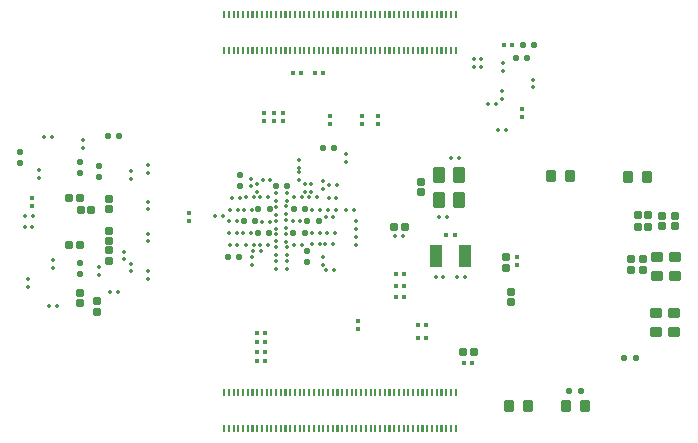
<source format=gbp>
G04*
G04 #@! TF.GenerationSoftware,Altium Limited,Altium Designer,22.8.2 (66)*
G04*
G04 Layer_Color=128*
%FSAX25Y25*%
%MOIN*%
G70*
G04*
G04 #@! TF.SameCoordinates,F4A2C5FB-41C3-4025-BEE9-57CBDAA8531C*
G04*
G04*
G04 #@! TF.FilePolarity,Positive*
G04*
G01*
G75*
G04:AMPARAMS|DCode=15|XSize=37.4mil|YSize=33.47mil|CornerRadius=3.35mil|HoleSize=0mil|Usage=FLASHONLY|Rotation=270.000|XOffset=0mil|YOffset=0mil|HoleType=Round|Shape=RoundedRectangle|*
%AMROUNDEDRECTD15*
21,1,0.03740,0.02677,0,0,270.0*
21,1,0.03071,0.03347,0,0,270.0*
1,1,0.00669,-0.01339,-0.01535*
1,1,0.00669,-0.01339,0.01535*
1,1,0.00669,0.01339,0.01535*
1,1,0.00669,0.01339,-0.01535*
%
%ADD15ROUNDEDRECTD15*%
G04:AMPARAMS|DCode=19|XSize=23.62mil|YSize=23.62mil|CornerRadius=2.36mil|HoleSize=0mil|Usage=FLASHONLY|Rotation=270.000|XOffset=0mil|YOffset=0mil|HoleType=Round|Shape=RoundedRectangle|*
%AMROUNDEDRECTD19*
21,1,0.02362,0.01890,0,0,270.0*
21,1,0.01890,0.02362,0,0,270.0*
1,1,0.00472,-0.00945,-0.00945*
1,1,0.00472,-0.00945,0.00945*
1,1,0.00472,0.00945,0.00945*
1,1,0.00472,0.00945,-0.00945*
%
%ADD19ROUNDEDRECTD19*%
G04:AMPARAMS|DCode=20|XSize=37.4mil|YSize=33.47mil|CornerRadius=3.35mil|HoleSize=0mil|Usage=FLASHONLY|Rotation=180.000|XOffset=0mil|YOffset=0mil|HoleType=Round|Shape=RoundedRectangle|*
%AMROUNDEDRECTD20*
21,1,0.03740,0.02677,0,0,180.0*
21,1,0.03071,0.03347,0,0,180.0*
1,1,0.00669,-0.01535,0.01339*
1,1,0.00669,0.01535,0.01339*
1,1,0.00669,0.01535,-0.01339*
1,1,0.00669,-0.01535,-0.01339*
%
%ADD20ROUNDEDRECTD20*%
G04:AMPARAMS|DCode=23|XSize=20mil|YSize=20mil|CornerRadius=2mil|HoleSize=0mil|Usage=FLASHONLY|Rotation=0.000|XOffset=0mil|YOffset=0mil|HoleType=Round|Shape=RoundedRectangle|*
%AMROUNDEDRECTD23*
21,1,0.02000,0.01600,0,0,0.0*
21,1,0.01600,0.02000,0,0,0.0*
1,1,0.00400,0.00800,-0.00800*
1,1,0.00400,-0.00800,-0.00800*
1,1,0.00400,-0.00800,0.00800*
1,1,0.00400,0.00800,0.00800*
%
%ADD23ROUNDEDRECTD23*%
G04:AMPARAMS|DCode=24|XSize=20mil|YSize=20mil|CornerRadius=2mil|HoleSize=0mil|Usage=FLASHONLY|Rotation=270.000|XOffset=0mil|YOffset=0mil|HoleType=Round|Shape=RoundedRectangle|*
%AMROUNDEDRECTD24*
21,1,0.02000,0.01600,0,0,270.0*
21,1,0.01600,0.02000,0,0,270.0*
1,1,0.00400,-0.00800,-0.00800*
1,1,0.00400,-0.00800,0.00800*
1,1,0.00400,0.00800,0.00800*
1,1,0.00400,0.00800,-0.00800*
%
%ADD24ROUNDEDRECTD24*%
G04:AMPARAMS|DCode=25|XSize=12.01mil|YSize=12.01mil|CornerRadius=1.2mil|HoleSize=0mil|Usage=FLASHONLY|Rotation=270.000|XOffset=0mil|YOffset=0mil|HoleType=Round|Shape=RoundedRectangle|*
%AMROUNDEDRECTD25*
21,1,0.01201,0.00961,0,0,270.0*
21,1,0.00961,0.01201,0,0,270.0*
1,1,0.00240,-0.00480,-0.00480*
1,1,0.00240,-0.00480,0.00480*
1,1,0.00240,0.00480,0.00480*
1,1,0.00240,0.00480,-0.00480*
%
%ADD25ROUNDEDRECTD25*%
G04:AMPARAMS|DCode=27|XSize=12.01mil|YSize=12.01mil|CornerRadius=1.2mil|HoleSize=0mil|Usage=FLASHONLY|Rotation=180.000|XOffset=0mil|YOffset=0mil|HoleType=Round|Shape=RoundedRectangle|*
%AMROUNDEDRECTD27*
21,1,0.01201,0.00961,0,0,180.0*
21,1,0.00961,0.01201,0,0,180.0*
1,1,0.00240,-0.00480,0.00480*
1,1,0.00240,0.00480,0.00480*
1,1,0.00240,0.00480,-0.00480*
1,1,0.00240,-0.00480,-0.00480*
%
%ADD27ROUNDEDRECTD27*%
G04:AMPARAMS|DCode=76|XSize=13.78mil|YSize=13.78mil|CornerRadius=1.38mil|HoleSize=0mil|Usage=FLASHONLY|Rotation=90.000|XOffset=0mil|YOffset=0mil|HoleType=Round|Shape=RoundedRectangle|*
%AMROUNDEDRECTD76*
21,1,0.01378,0.01102,0,0,90.0*
21,1,0.01102,0.01378,0,0,90.0*
1,1,0.00276,0.00551,0.00551*
1,1,0.00276,0.00551,-0.00551*
1,1,0.00276,-0.00551,-0.00551*
1,1,0.00276,-0.00551,0.00551*
%
%ADD76ROUNDEDRECTD76*%
G04:AMPARAMS|DCode=77|XSize=13.78mil|YSize=13.78mil|CornerRadius=1.38mil|HoleSize=0mil|Usage=FLASHONLY|Rotation=0.000|XOffset=0mil|YOffset=0mil|HoleType=Round|Shape=RoundedRectangle|*
%AMROUNDEDRECTD77*
21,1,0.01378,0.01102,0,0,0.0*
21,1,0.01102,0.01378,0,0,0.0*
1,1,0.00276,0.00551,-0.00551*
1,1,0.00276,-0.00551,-0.00551*
1,1,0.00276,-0.00551,0.00551*
1,1,0.00276,0.00551,0.00551*
%
%ADD77ROUNDEDRECTD77*%
G04:AMPARAMS|DCode=78|XSize=23.62mil|YSize=23.62mil|CornerRadius=2.36mil|HoleSize=0mil|Usage=FLASHONLY|Rotation=180.000|XOffset=0mil|YOffset=0mil|HoleType=Round|Shape=RoundedRectangle|*
%AMROUNDEDRECTD78*
21,1,0.02362,0.01890,0,0,180.0*
21,1,0.01890,0.02362,0,0,180.0*
1,1,0.00472,-0.00945,0.00945*
1,1,0.00472,0.00945,0.00945*
1,1,0.00472,0.00945,-0.00945*
1,1,0.00472,-0.00945,-0.00945*
%
%ADD78ROUNDEDRECTD78*%
G04:AMPARAMS|DCode=80|XSize=42.91mil|YSize=50.79mil|CornerRadius=4.29mil|HoleSize=0mil|Usage=FLASHONLY|Rotation=0.000|XOffset=0mil|YOffset=0mil|HoleType=Round|Shape=RoundedRectangle|*
%AMROUNDEDRECTD80*
21,1,0.04291,0.04221,0,0,0.0*
21,1,0.03433,0.05079,0,0,0.0*
1,1,0.00858,0.01717,-0.02110*
1,1,0.00858,-0.01717,-0.02110*
1,1,0.00858,-0.01717,0.02110*
1,1,0.00858,0.01717,0.02110*
%
%ADD80ROUNDEDRECTD80*%
G04:AMPARAMS|DCode=81|XSize=43.31mil|YSize=74.8mil|CornerRadius=4.33mil|HoleSize=0mil|Usage=FLASHONLY|Rotation=180.000|XOffset=0mil|YOffset=0mil|HoleType=Round|Shape=RoundedRectangle|*
%AMROUNDEDRECTD81*
21,1,0.04331,0.06614,0,0,180.0*
21,1,0.03465,0.07480,0,0,180.0*
1,1,0.00866,-0.01732,0.03307*
1,1,0.00866,0.01732,0.03307*
1,1,0.00866,0.01732,-0.03307*
1,1,0.00866,-0.01732,-0.03307*
%
%ADD81ROUNDEDRECTD81*%
G36*
X0503392Y0745086D02*
X0502688D01*
Y0747551D01*
X0503392D01*
Y0745086D01*
D02*
G37*
G36*
X0501818D02*
X0501113D01*
Y0747551D01*
X0501818D01*
Y0745086D01*
D02*
G37*
G36*
X0500243D02*
X0499538D01*
Y0747551D01*
X0500243D01*
Y0745086D01*
D02*
G37*
G36*
X0498668D02*
X0497963D01*
Y0747551D01*
X0498668D01*
Y0745086D01*
D02*
G37*
G36*
X0497093D02*
X0496388D01*
Y0747551D01*
X0497093D01*
Y0745086D01*
D02*
G37*
G36*
X0495518D02*
X0494814D01*
Y0747551D01*
X0495518D01*
Y0745086D01*
D02*
G37*
G36*
X0493944D02*
X0493239D01*
Y0747551D01*
X0493944D01*
Y0745086D01*
D02*
G37*
G36*
X0492369D02*
X0491664D01*
Y0747551D01*
X0492369D01*
Y0745086D01*
D02*
G37*
G36*
X0490794D02*
X0490089D01*
Y0747551D01*
X0490794D01*
Y0745086D01*
D02*
G37*
G36*
X0489219D02*
X0488514D01*
Y0747551D01*
X0489219D01*
Y0745086D01*
D02*
G37*
G36*
X0487644D02*
X0486940D01*
Y0747551D01*
X0487644D01*
Y0745086D01*
D02*
G37*
G36*
X0486069D02*
X0485365D01*
Y0747551D01*
X0486069D01*
Y0745086D01*
D02*
G37*
G36*
X0484495D02*
X0483790D01*
Y0747551D01*
X0484495D01*
Y0745086D01*
D02*
G37*
G36*
X0482920D02*
X0482215D01*
Y0747551D01*
X0482920D01*
Y0745086D01*
D02*
G37*
G36*
X0481345D02*
X0480640D01*
Y0747551D01*
X0481345D01*
Y0745086D01*
D02*
G37*
G36*
X0479770D02*
X0479066D01*
Y0747551D01*
X0479770D01*
Y0745086D01*
D02*
G37*
G36*
X0478195D02*
X0477491D01*
Y0747551D01*
X0478195D01*
Y0745086D01*
D02*
G37*
G36*
X0476621D02*
X0475916D01*
Y0747551D01*
X0476621D01*
Y0745086D01*
D02*
G37*
G36*
X0475046D02*
X0474341D01*
Y0747551D01*
X0475046D01*
Y0745086D01*
D02*
G37*
G36*
X0473471D02*
X0472766D01*
Y0747551D01*
X0473471D01*
Y0745086D01*
D02*
G37*
G36*
X0471896D02*
X0471192D01*
Y0747551D01*
X0471896D01*
Y0745086D01*
D02*
G37*
G36*
X0470322D02*
X0469617D01*
Y0747551D01*
X0470322D01*
Y0745086D01*
D02*
G37*
G36*
X0468747D02*
X0468042D01*
Y0747551D01*
X0468747D01*
Y0745086D01*
D02*
G37*
G36*
X0467172D02*
X0466467D01*
Y0747551D01*
X0467172D01*
Y0745086D01*
D02*
G37*
G36*
X0465597D02*
X0464892D01*
Y0747551D01*
X0465597D01*
Y0745086D01*
D02*
G37*
G36*
X0503392Y0732961D02*
X0502688D01*
Y0735425D01*
X0503392D01*
Y0732961D01*
D02*
G37*
G36*
X0501818D02*
X0501113D01*
Y0735425D01*
X0501818D01*
Y0732961D01*
D02*
G37*
G36*
X0500243D02*
X0499538D01*
Y0735425D01*
X0500243D01*
Y0732961D01*
D02*
G37*
G36*
X0498668D02*
X0497963D01*
Y0735425D01*
X0498668D01*
Y0732961D01*
D02*
G37*
G36*
X0497093D02*
X0496388D01*
Y0735425D01*
X0497093D01*
Y0732961D01*
D02*
G37*
G36*
X0495518D02*
X0494814D01*
Y0735425D01*
X0495518D01*
Y0732961D01*
D02*
G37*
G36*
X0493944D02*
X0493239D01*
Y0735425D01*
X0493944D01*
Y0732961D01*
D02*
G37*
G36*
X0492369D02*
X0491664D01*
Y0735425D01*
X0492369D01*
Y0732961D01*
D02*
G37*
G36*
X0490794D02*
X0490089D01*
Y0735425D01*
X0490794D01*
Y0732961D01*
D02*
G37*
G36*
X0489219D02*
X0488514D01*
Y0735425D01*
X0489219D01*
Y0732961D01*
D02*
G37*
G36*
X0487644D02*
X0486940D01*
Y0735425D01*
X0487644D01*
Y0732961D01*
D02*
G37*
G36*
X0486069D02*
X0485365D01*
Y0735425D01*
X0486069D01*
Y0732961D01*
D02*
G37*
G36*
X0484495D02*
X0483790D01*
Y0735425D01*
X0484495D01*
Y0732961D01*
D02*
G37*
G36*
X0482920D02*
X0482215D01*
Y0735425D01*
X0482920D01*
Y0732961D01*
D02*
G37*
G36*
X0481345D02*
X0480640D01*
Y0735425D01*
X0481345D01*
Y0732961D01*
D02*
G37*
G36*
X0479770D02*
X0479066D01*
Y0735425D01*
X0479770D01*
Y0732961D01*
D02*
G37*
G36*
X0478195D02*
X0477491D01*
Y0735425D01*
X0478195D01*
Y0732961D01*
D02*
G37*
G36*
X0476621D02*
X0475916D01*
Y0735425D01*
X0476621D01*
Y0732961D01*
D02*
G37*
G36*
X0475046D02*
X0474341D01*
Y0735425D01*
X0475046D01*
Y0732961D01*
D02*
G37*
G36*
X0473471D02*
X0472766D01*
Y0735425D01*
X0473471D01*
Y0732961D01*
D02*
G37*
G36*
X0471896D02*
X0471192D01*
Y0735425D01*
X0471896D01*
Y0732961D01*
D02*
G37*
G36*
X0470322D02*
X0469617D01*
Y0735425D01*
X0470322D01*
Y0732961D01*
D02*
G37*
G36*
X0468747D02*
X0468042D01*
Y0735425D01*
X0468747D01*
Y0732961D01*
D02*
G37*
G36*
X0467172D02*
X0466467D01*
Y0735425D01*
X0467172D01*
Y0732961D01*
D02*
G37*
G36*
X0465597D02*
X0464892D01*
Y0735425D01*
X0465597D01*
Y0732961D01*
D02*
G37*
G36*
X0542762Y0745086D02*
X0542058D01*
Y0747551D01*
X0542762D01*
Y0745086D01*
D02*
G37*
G36*
X0541188D02*
X0540483D01*
Y0747551D01*
X0541188D01*
Y0745086D01*
D02*
G37*
G36*
X0539613D02*
X0538908D01*
Y0747551D01*
X0539613D01*
Y0745086D01*
D02*
G37*
G36*
X0538038D02*
X0537333D01*
Y0747551D01*
X0538038D01*
Y0745086D01*
D02*
G37*
G36*
X0536463D02*
X0535758D01*
Y0747551D01*
X0536463D01*
Y0745086D01*
D02*
G37*
G36*
X0534888D02*
X0534184D01*
Y0747551D01*
X0534888D01*
Y0745086D01*
D02*
G37*
G36*
X0533314D02*
X0532609D01*
Y0747551D01*
X0533314D01*
Y0745086D01*
D02*
G37*
G36*
X0531739D02*
X0531034D01*
Y0747551D01*
X0531739D01*
Y0745086D01*
D02*
G37*
G36*
X0530164D02*
X0529459D01*
Y0747551D01*
X0530164D01*
Y0745086D01*
D02*
G37*
G36*
X0528589D02*
X0527884D01*
Y0747551D01*
X0528589D01*
Y0745086D01*
D02*
G37*
G36*
X0527014D02*
X0526310D01*
Y0747551D01*
X0527014D01*
Y0745086D01*
D02*
G37*
G36*
X0525440D02*
X0524735D01*
Y0747551D01*
X0525440D01*
Y0745086D01*
D02*
G37*
G36*
X0523865D02*
X0523160D01*
Y0747551D01*
X0523865D01*
Y0745086D01*
D02*
G37*
G36*
X0522290D02*
X0521585D01*
Y0747551D01*
X0522290D01*
Y0745086D01*
D02*
G37*
G36*
X0520715D02*
X0520011D01*
Y0747551D01*
X0520715D01*
Y0745086D01*
D02*
G37*
G36*
X0519140D02*
X0518436D01*
Y0747551D01*
X0519140D01*
Y0745086D01*
D02*
G37*
G36*
X0517566D02*
X0516861D01*
Y0747551D01*
X0517566D01*
Y0745086D01*
D02*
G37*
G36*
X0515991D02*
X0515286D01*
Y0747551D01*
X0515991D01*
Y0745086D01*
D02*
G37*
G36*
X0514416D02*
X0513711D01*
Y0747551D01*
X0514416D01*
Y0745086D01*
D02*
G37*
G36*
X0512841D02*
X0512137D01*
Y0747551D01*
X0512841D01*
Y0745086D01*
D02*
G37*
G36*
X0511266D02*
X0510562D01*
Y0747551D01*
X0511266D01*
Y0745086D01*
D02*
G37*
G36*
X0509692D02*
X0508987D01*
Y0747551D01*
X0509692D01*
Y0745086D01*
D02*
G37*
G36*
X0508117D02*
X0507412D01*
Y0747551D01*
X0508117D01*
Y0745086D01*
D02*
G37*
G36*
X0506542D02*
X0505837D01*
Y0747551D01*
X0506542D01*
Y0745086D01*
D02*
G37*
G36*
X0504967D02*
X0504262D01*
Y0747551D01*
X0504967D01*
Y0745086D01*
D02*
G37*
G36*
X0542762Y0732961D02*
X0542058D01*
Y0735425D01*
X0542762D01*
Y0732961D01*
D02*
G37*
G36*
X0541188D02*
X0540483D01*
Y0735425D01*
X0541188D01*
Y0732961D01*
D02*
G37*
G36*
X0539613D02*
X0538908D01*
Y0735425D01*
X0539613D01*
Y0732961D01*
D02*
G37*
G36*
X0538038D02*
X0537333D01*
Y0735425D01*
X0538038D01*
Y0732961D01*
D02*
G37*
G36*
X0536463D02*
X0535758D01*
Y0735425D01*
X0536463D01*
Y0732961D01*
D02*
G37*
G36*
X0534888D02*
X0534184D01*
Y0735425D01*
X0534888D01*
Y0732961D01*
D02*
G37*
G36*
X0533314D02*
X0532609D01*
Y0735425D01*
X0533314D01*
Y0732961D01*
D02*
G37*
G36*
X0531739D02*
X0531034D01*
Y0735425D01*
X0531739D01*
Y0732961D01*
D02*
G37*
G36*
X0530164D02*
X0529459D01*
Y0735425D01*
X0530164D01*
Y0732961D01*
D02*
G37*
G36*
X0528589D02*
X0527884D01*
Y0735425D01*
X0528589D01*
Y0732961D01*
D02*
G37*
G36*
X0527014D02*
X0526310D01*
Y0735425D01*
X0527014D01*
Y0732961D01*
D02*
G37*
G36*
X0525440D02*
X0524735D01*
Y0735425D01*
X0525440D01*
Y0732961D01*
D02*
G37*
G36*
X0523865D02*
X0523160D01*
Y0735425D01*
X0523865D01*
Y0732961D01*
D02*
G37*
G36*
X0522290D02*
X0521585D01*
Y0735425D01*
X0522290D01*
Y0732961D01*
D02*
G37*
G36*
X0520715D02*
X0520011D01*
Y0735425D01*
X0520715D01*
Y0732961D01*
D02*
G37*
G36*
X0519140D02*
X0518436D01*
Y0735425D01*
X0519140D01*
Y0732961D01*
D02*
G37*
G36*
X0517566D02*
X0516861D01*
Y0735425D01*
X0517566D01*
Y0732961D01*
D02*
G37*
G36*
X0515991D02*
X0515286D01*
Y0735425D01*
X0515991D01*
Y0732961D01*
D02*
G37*
G36*
X0514416D02*
X0513711D01*
Y0735425D01*
X0514416D01*
Y0732961D01*
D02*
G37*
G36*
X0512841D02*
X0512137D01*
Y0735425D01*
X0512841D01*
Y0732961D01*
D02*
G37*
G36*
X0511266D02*
X0510562D01*
Y0735425D01*
X0511266D01*
Y0732961D01*
D02*
G37*
G36*
X0509692D02*
X0508987D01*
Y0735425D01*
X0509692D01*
Y0732961D01*
D02*
G37*
G36*
X0508117D02*
X0507412D01*
Y0735425D01*
X0508117D01*
Y0732961D01*
D02*
G37*
G36*
X0506542D02*
X0505837D01*
Y0735425D01*
X0506542D01*
Y0732961D01*
D02*
G37*
G36*
X0504967D02*
X0504262D01*
Y0735425D01*
X0504967D01*
Y0732961D01*
D02*
G37*
G36*
X0503392Y0871071D02*
X0502688D01*
Y0873535D01*
X0503392D01*
Y0871071D01*
D02*
G37*
G36*
X0501818D02*
X0501113D01*
Y0873535D01*
X0501818D01*
Y0871071D01*
D02*
G37*
G36*
X0500243D02*
X0499538D01*
Y0873535D01*
X0500243D01*
Y0871071D01*
D02*
G37*
G36*
X0498668D02*
X0497963D01*
Y0873535D01*
X0498668D01*
Y0871071D01*
D02*
G37*
G36*
X0497093D02*
X0496388D01*
Y0873535D01*
X0497093D01*
Y0871071D01*
D02*
G37*
G36*
X0495518D02*
X0494814D01*
Y0873535D01*
X0495518D01*
Y0871071D01*
D02*
G37*
G36*
X0493944D02*
X0493239D01*
Y0873535D01*
X0493944D01*
Y0871071D01*
D02*
G37*
G36*
X0492369D02*
X0491664D01*
Y0873535D01*
X0492369D01*
Y0871071D01*
D02*
G37*
G36*
X0490794D02*
X0490089D01*
Y0873535D01*
X0490794D01*
Y0871071D01*
D02*
G37*
G36*
X0489219D02*
X0488514D01*
Y0873535D01*
X0489219D01*
Y0871071D01*
D02*
G37*
G36*
X0487644D02*
X0486940D01*
Y0873535D01*
X0487644D01*
Y0871071D01*
D02*
G37*
G36*
X0486069D02*
X0485365D01*
Y0873535D01*
X0486069D01*
Y0871071D01*
D02*
G37*
G36*
X0484495D02*
X0483790D01*
Y0873535D01*
X0484495D01*
Y0871071D01*
D02*
G37*
G36*
X0482920D02*
X0482215D01*
Y0873535D01*
X0482920D01*
Y0871071D01*
D02*
G37*
G36*
X0481345D02*
X0480640D01*
Y0873535D01*
X0481345D01*
Y0871071D01*
D02*
G37*
G36*
X0479770D02*
X0479066D01*
Y0873535D01*
X0479770D01*
Y0871071D01*
D02*
G37*
G36*
X0478195D02*
X0477491D01*
Y0873535D01*
X0478195D01*
Y0871071D01*
D02*
G37*
G36*
X0476621D02*
X0475916D01*
Y0873535D01*
X0476621D01*
Y0871071D01*
D02*
G37*
G36*
X0475046D02*
X0474341D01*
Y0873535D01*
X0475046D01*
Y0871071D01*
D02*
G37*
G36*
X0473471D02*
X0472766D01*
Y0873535D01*
X0473471D01*
Y0871071D01*
D02*
G37*
G36*
X0471896D02*
X0471192D01*
Y0873535D01*
X0471896D01*
Y0871071D01*
D02*
G37*
G36*
X0470322D02*
X0469617D01*
Y0873535D01*
X0470322D01*
Y0871071D01*
D02*
G37*
G36*
X0468747D02*
X0468042D01*
Y0873535D01*
X0468747D01*
Y0871071D01*
D02*
G37*
G36*
X0467172D02*
X0466467D01*
Y0873535D01*
X0467172D01*
Y0871071D01*
D02*
G37*
G36*
X0465597D02*
X0464892D01*
Y0873535D01*
X0465597D01*
Y0871071D01*
D02*
G37*
G36*
X0503392Y0858945D02*
X0502688D01*
Y0861409D01*
X0503392D01*
Y0858945D01*
D02*
G37*
G36*
X0501818D02*
X0501113D01*
Y0861409D01*
X0501818D01*
Y0858945D01*
D02*
G37*
G36*
X0500243D02*
X0499538D01*
Y0861409D01*
X0500243D01*
Y0858945D01*
D02*
G37*
G36*
X0498668D02*
X0497963D01*
Y0861409D01*
X0498668D01*
Y0858945D01*
D02*
G37*
G36*
X0497093D02*
X0496388D01*
Y0861409D01*
X0497093D01*
Y0858945D01*
D02*
G37*
G36*
X0495518D02*
X0494814D01*
Y0861409D01*
X0495518D01*
Y0858945D01*
D02*
G37*
G36*
X0493944D02*
X0493239D01*
Y0861409D01*
X0493944D01*
Y0858945D01*
D02*
G37*
G36*
X0492369D02*
X0491664D01*
Y0861409D01*
X0492369D01*
Y0858945D01*
D02*
G37*
G36*
X0490794D02*
X0490089D01*
Y0861409D01*
X0490794D01*
Y0858945D01*
D02*
G37*
G36*
X0489219D02*
X0488514D01*
Y0861409D01*
X0489219D01*
Y0858945D01*
D02*
G37*
G36*
X0487644D02*
X0486940D01*
Y0861409D01*
X0487644D01*
Y0858945D01*
D02*
G37*
G36*
X0486069D02*
X0485365D01*
Y0861409D01*
X0486069D01*
Y0858945D01*
D02*
G37*
G36*
X0484495D02*
X0483790D01*
Y0861409D01*
X0484495D01*
Y0858945D01*
D02*
G37*
G36*
X0482920D02*
X0482215D01*
Y0861409D01*
X0482920D01*
Y0858945D01*
D02*
G37*
G36*
X0481345D02*
X0480640D01*
Y0861409D01*
X0481345D01*
Y0858945D01*
D02*
G37*
G36*
X0479770D02*
X0479066D01*
Y0861409D01*
X0479770D01*
Y0858945D01*
D02*
G37*
G36*
X0478195D02*
X0477491D01*
Y0861409D01*
X0478195D01*
Y0858945D01*
D02*
G37*
G36*
X0476621D02*
X0475916D01*
Y0861409D01*
X0476621D01*
Y0858945D01*
D02*
G37*
G36*
X0475046D02*
X0474341D01*
Y0861409D01*
X0475046D01*
Y0858945D01*
D02*
G37*
G36*
X0473471D02*
X0472766D01*
Y0861409D01*
X0473471D01*
Y0858945D01*
D02*
G37*
G36*
X0471896D02*
X0471192D01*
Y0861409D01*
X0471896D01*
Y0858945D01*
D02*
G37*
G36*
X0470322D02*
X0469617D01*
Y0861409D01*
X0470322D01*
Y0858945D01*
D02*
G37*
G36*
X0468747D02*
X0468042D01*
Y0861409D01*
X0468747D01*
Y0858945D01*
D02*
G37*
G36*
X0467172D02*
X0466467D01*
Y0861409D01*
X0467172D01*
Y0858945D01*
D02*
G37*
G36*
X0465597D02*
X0464892D01*
Y0861409D01*
X0465597D01*
Y0858945D01*
D02*
G37*
G36*
X0542762Y0871071D02*
X0542058D01*
Y0873535D01*
X0542762D01*
Y0871071D01*
D02*
G37*
G36*
X0541188D02*
X0540483D01*
Y0873535D01*
X0541188D01*
Y0871071D01*
D02*
G37*
G36*
X0539613D02*
X0538908D01*
Y0873535D01*
X0539613D01*
Y0871071D01*
D02*
G37*
G36*
X0538038D02*
X0537333D01*
Y0873535D01*
X0538038D01*
Y0871071D01*
D02*
G37*
G36*
X0536463D02*
X0535758D01*
Y0873535D01*
X0536463D01*
Y0871071D01*
D02*
G37*
G36*
X0534888D02*
X0534184D01*
Y0873535D01*
X0534888D01*
Y0871071D01*
D02*
G37*
G36*
X0533314D02*
X0532609D01*
Y0873535D01*
X0533314D01*
Y0871071D01*
D02*
G37*
G36*
X0531739D02*
X0531034D01*
Y0873535D01*
X0531739D01*
Y0871071D01*
D02*
G37*
G36*
X0530164D02*
X0529459D01*
Y0873535D01*
X0530164D01*
Y0871071D01*
D02*
G37*
G36*
X0528589D02*
X0527884D01*
Y0873535D01*
X0528589D01*
Y0871071D01*
D02*
G37*
G36*
X0527014D02*
X0526310D01*
Y0873535D01*
X0527014D01*
Y0871071D01*
D02*
G37*
G36*
X0525440D02*
X0524735D01*
Y0873535D01*
X0525440D01*
Y0871071D01*
D02*
G37*
G36*
X0523865D02*
X0523160D01*
Y0873535D01*
X0523865D01*
Y0871071D01*
D02*
G37*
G36*
X0522290D02*
X0521585D01*
Y0873535D01*
X0522290D01*
Y0871071D01*
D02*
G37*
G36*
X0520715D02*
X0520011D01*
Y0873535D01*
X0520715D01*
Y0871071D01*
D02*
G37*
G36*
X0519140D02*
X0518436D01*
Y0873535D01*
X0519140D01*
Y0871071D01*
D02*
G37*
G36*
X0517566D02*
X0516861D01*
Y0873535D01*
X0517566D01*
Y0871071D01*
D02*
G37*
G36*
X0515991D02*
X0515286D01*
Y0873535D01*
X0515991D01*
Y0871071D01*
D02*
G37*
G36*
X0514416D02*
X0513711D01*
Y0873535D01*
X0514416D01*
Y0871071D01*
D02*
G37*
G36*
X0512841D02*
X0512137D01*
Y0873535D01*
X0512841D01*
Y0871071D01*
D02*
G37*
G36*
X0511266D02*
X0510562D01*
Y0873535D01*
X0511266D01*
Y0871071D01*
D02*
G37*
G36*
X0509692D02*
X0508987D01*
Y0873535D01*
X0509692D01*
Y0871071D01*
D02*
G37*
G36*
X0508117D02*
X0507412D01*
Y0873535D01*
X0508117D01*
Y0871071D01*
D02*
G37*
G36*
X0506542D02*
X0505837D01*
Y0873535D01*
X0506542D01*
Y0871071D01*
D02*
G37*
G36*
X0504967D02*
X0504262D01*
Y0873535D01*
X0504967D01*
Y0871071D01*
D02*
G37*
G36*
X0542762Y0858945D02*
X0542058D01*
Y0861409D01*
X0542762D01*
Y0858945D01*
D02*
G37*
G36*
X0541188D02*
X0540483D01*
Y0861409D01*
X0541188D01*
Y0858945D01*
D02*
G37*
G36*
X0539613D02*
X0538908D01*
Y0861409D01*
X0539613D01*
Y0858945D01*
D02*
G37*
G36*
X0538038D02*
X0537333D01*
Y0861409D01*
X0538038D01*
Y0858945D01*
D02*
G37*
G36*
X0536463D02*
X0535758D01*
Y0861409D01*
X0536463D01*
Y0858945D01*
D02*
G37*
G36*
X0534888D02*
X0534184D01*
Y0861409D01*
X0534888D01*
Y0858945D01*
D02*
G37*
G36*
X0533314D02*
X0532609D01*
Y0861409D01*
X0533314D01*
Y0858945D01*
D02*
G37*
G36*
X0531739D02*
X0531034D01*
Y0861409D01*
X0531739D01*
Y0858945D01*
D02*
G37*
G36*
X0530164D02*
X0529459D01*
Y0861409D01*
X0530164D01*
Y0858945D01*
D02*
G37*
G36*
X0528589D02*
X0527884D01*
Y0861409D01*
X0528589D01*
Y0858945D01*
D02*
G37*
G36*
X0527014D02*
X0526310D01*
Y0861409D01*
X0527014D01*
Y0858945D01*
D02*
G37*
G36*
X0525440D02*
X0524735D01*
Y0861409D01*
X0525440D01*
Y0858945D01*
D02*
G37*
G36*
X0523865D02*
X0523160D01*
Y0861409D01*
X0523865D01*
Y0858945D01*
D02*
G37*
G36*
X0522290D02*
X0521585D01*
Y0861409D01*
X0522290D01*
Y0858945D01*
D02*
G37*
G36*
X0520715D02*
X0520011D01*
Y0861409D01*
X0520715D01*
Y0858945D01*
D02*
G37*
G36*
X0519140D02*
X0518436D01*
Y0861409D01*
X0519140D01*
Y0858945D01*
D02*
G37*
G36*
X0517566D02*
X0516861D01*
Y0861409D01*
X0517566D01*
Y0858945D01*
D02*
G37*
G36*
X0515991D02*
X0515286D01*
Y0861409D01*
X0515991D01*
Y0858945D01*
D02*
G37*
G36*
X0514416D02*
X0513711D01*
Y0861409D01*
X0514416D01*
Y0858945D01*
D02*
G37*
G36*
X0512841D02*
X0512137D01*
Y0861409D01*
X0512841D01*
Y0858945D01*
D02*
G37*
G36*
X0511266D02*
X0510562D01*
Y0861409D01*
X0511266D01*
Y0858945D01*
D02*
G37*
G36*
X0509692D02*
X0508987D01*
Y0861409D01*
X0509692D01*
Y0858945D01*
D02*
G37*
G36*
X0508117D02*
X0507412D01*
Y0861409D01*
X0508117D01*
Y0858945D01*
D02*
G37*
G36*
X0506542D02*
X0505837D01*
Y0861409D01*
X0506542D01*
Y0858945D01*
D02*
G37*
G36*
X0504967D02*
X0504262D01*
Y0861409D01*
X0504967D01*
Y0858945D01*
D02*
G37*
D15*
X0585476Y0741805D02*
D03*
X0579177D02*
D03*
X0560177D02*
D03*
X0566476D02*
D03*
X0606076Y0818205D02*
D03*
X0599777D02*
D03*
X0574277Y0818505D02*
D03*
X0580576D02*
D03*
D19*
X0420933Y0807020D02*
D03*
X0417390D02*
D03*
X0417233Y0811120D02*
D03*
X0413690D02*
D03*
X0417133Y0795520D02*
D03*
X0413590D02*
D03*
X0548398Y0759905D02*
D03*
X0544855D02*
D03*
X0606698Y0801405D02*
D03*
X0603155D02*
D03*
X0606698Y0805405D02*
D03*
X0603155D02*
D03*
X0525398Y0801405D02*
D03*
X0521855D02*
D03*
D20*
X0609427Y0791554D02*
D03*
Y0785255D02*
D03*
X0609127Y0766455D02*
D03*
Y0772754D02*
D03*
X0615427Y0791454D02*
D03*
Y0785155D02*
D03*
X0615127Y0766555D02*
D03*
Y0772854D02*
D03*
D23*
X0423661Y0818131D02*
D03*
Y0821910D02*
D03*
X0417161Y0789410D02*
D03*
Y0785631D02*
D03*
X0397361Y0826410D02*
D03*
Y0822631D02*
D03*
X0417261Y0819331D02*
D03*
Y0823110D02*
D03*
X0470461Y0815131D02*
D03*
Y0818910D02*
D03*
X0492861Y0789631D02*
D03*
Y0793410D02*
D03*
D24*
X0501851Y0827620D02*
D03*
X0498071D02*
D03*
X0430251Y0831820D02*
D03*
X0426472D02*
D03*
X0476472Y0799420D02*
D03*
X0480251D02*
D03*
X0466471Y0791420D02*
D03*
X0470251D02*
D03*
X0488327Y0799408D02*
D03*
X0492107D02*
D03*
X0486251Y0815220D02*
D03*
X0482472D02*
D03*
X0471771Y0803320D02*
D03*
X0475551D02*
D03*
X0476672Y0807320D02*
D03*
X0480451D02*
D03*
X0488372D02*
D03*
X0492151D02*
D03*
X0493027Y0803508D02*
D03*
X0496807D02*
D03*
X0598637Y0757705D02*
D03*
X0602416D02*
D03*
X0580337Y0746905D02*
D03*
X0584116D02*
D03*
X0566207Y0857708D02*
D03*
X0562427D02*
D03*
X0564727Y0862208D02*
D03*
X0568507D02*
D03*
D25*
X0505962Y0807120D02*
D03*
X0508561D02*
D03*
X0502860Y0815320D02*
D03*
X0500262D02*
D03*
X0500062Y0811020D02*
D03*
X0502661D02*
D03*
X0502561Y0807120D02*
D03*
X0499962D02*
D03*
X0498862Y0795620D02*
D03*
X0501461D02*
D03*
X0499662Y0799420D02*
D03*
X0502260D02*
D03*
X0501660Y0804820D02*
D03*
X0499062D02*
D03*
X0491060Y0795520D02*
D03*
X0488462D02*
D03*
X0479960Y0795420D02*
D03*
X0477362D02*
D03*
X0467362Y0807220D02*
D03*
X0469960D02*
D03*
X0469460Y0803320D02*
D03*
X0466862D02*
D03*
X0474261Y0799320D02*
D03*
X0471662D02*
D03*
X0472462Y0795420D02*
D03*
X0475061D02*
D03*
X0466962Y0799320D02*
D03*
X0469560D02*
D03*
X0469661Y0795520D02*
D03*
X0467062D02*
D03*
X0477460Y0793320D02*
D03*
X0474862D02*
D03*
X0478062Y0817020D02*
D03*
X0480660D02*
D03*
X0477362Y0811320D02*
D03*
X0479960D02*
D03*
X0475061D02*
D03*
X0472462D02*
D03*
X0471862Y0807220D02*
D03*
X0474461D02*
D03*
X0470461Y0811220D02*
D03*
X0467862D02*
D03*
X0462262Y0805220D02*
D03*
X0464860D02*
D03*
X0501961Y0787220D02*
D03*
X0499362D02*
D03*
X0405362Y0831320D02*
D03*
X0407961D02*
D03*
X0401461Y0805220D02*
D03*
X0398862D02*
D03*
X0398763Y0801320D02*
D03*
X0401361D02*
D03*
X0409460Y0775020D02*
D03*
X0406862D02*
D03*
X0429860Y0779920D02*
D03*
X0427262D02*
D03*
X0490660Y0803320D02*
D03*
X0488062D02*
D03*
X0480560Y0803220D02*
D03*
X0477962D02*
D03*
X0491260Y0811320D02*
D03*
X0488662D02*
D03*
X0496161Y0811520D02*
D03*
X0493562D02*
D03*
X0494562Y0807220D02*
D03*
X0497160D02*
D03*
X0494562Y0795620D02*
D03*
X0497160D02*
D03*
X0497060Y0799420D02*
D03*
X0494462D02*
D03*
X0555916Y0842408D02*
D03*
X0553318D02*
D03*
X0556518Y0833808D02*
D03*
X0559116D02*
D03*
X0522227Y0798405D02*
D03*
X0524826D02*
D03*
X0535727Y0784705D02*
D03*
X0538326D02*
D03*
X0542927D02*
D03*
X0545526D02*
D03*
X0543626Y0824505D02*
D03*
X0541027D02*
D03*
X0539426Y0804805D02*
D03*
X0536827D02*
D03*
D27*
X0509361Y0795521D02*
D03*
Y0798120D02*
D03*
Y0800821D02*
D03*
Y0803420D02*
D03*
X0490161Y0817021D02*
D03*
Y0819620D02*
D03*
X0498061Y0816820D02*
D03*
Y0814221D02*
D03*
X0494161Y0813221D02*
D03*
Y0815820D02*
D03*
X0485917Y0801208D02*
D03*
Y0803807D02*
D03*
X0482461Y0803520D02*
D03*
Y0800921D02*
D03*
X0486017Y0799107D02*
D03*
Y0796509D02*
D03*
X0486261Y0794620D02*
D03*
Y0792021D02*
D03*
X0482461D02*
D03*
Y0794620D02*
D03*
Y0796621D02*
D03*
Y0799220D02*
D03*
X0498261Y0791520D02*
D03*
Y0788921D02*
D03*
X0482461Y0787521D02*
D03*
Y0790120D02*
D03*
X0486261D02*
D03*
Y0787521D02*
D03*
X0474461Y0788821D02*
D03*
Y0791420D02*
D03*
X0492261Y0815820D02*
D03*
Y0813221D02*
D03*
X0474317Y0817607D02*
D03*
Y0815009D02*
D03*
X0476217Y0815807D02*
D03*
Y0813209D02*
D03*
X0418361Y0827721D02*
D03*
Y0830320D02*
D03*
X0403661Y0817921D02*
D03*
Y0820520D02*
D03*
X0408061Y0787721D02*
D03*
Y0790320D02*
D03*
X0399961Y0781421D02*
D03*
Y0784020D02*
D03*
X0431961Y0793220D02*
D03*
Y0790621D02*
D03*
X0423661Y0788020D02*
D03*
Y0785421D02*
D03*
X0434061Y0786621D02*
D03*
Y0789220D02*
D03*
Y0817421D02*
D03*
Y0820020D02*
D03*
X0439961Y0822120D02*
D03*
Y0819521D02*
D03*
Y0809920D02*
D03*
Y0807321D02*
D03*
Y0799220D02*
D03*
Y0796621D02*
D03*
Y0784121D02*
D03*
Y0786720D02*
D03*
X0486261Y0810221D02*
D03*
Y0812820D02*
D03*
X0482461D02*
D03*
Y0810221D02*
D03*
X0482617Y0805509D02*
D03*
Y0808107D02*
D03*
X0485917Y0808307D02*
D03*
Y0805709D02*
D03*
X0505861Y0825820D02*
D03*
Y0823221D02*
D03*
X0558217Y0853609D02*
D03*
Y0856207D02*
D03*
X0568117Y0850606D02*
D03*
Y0848008D02*
D03*
X0550817Y0854809D02*
D03*
Y0857407D02*
D03*
X0548417D02*
D03*
Y0854809D02*
D03*
X0557917Y0844108D02*
D03*
Y0846707D02*
D03*
X0490227Y0823804D02*
D03*
Y0821205D02*
D03*
D76*
X0525339Y0781820D02*
D03*
X0522583D02*
D03*
X0525339Y0778120D02*
D03*
X0522583D02*
D03*
X0529839Y0768708D02*
D03*
X0532595D02*
D03*
X0529839Y0764608D02*
D03*
X0532595D02*
D03*
X0476183Y0766220D02*
D03*
X0478939D02*
D03*
X0476183Y0763120D02*
D03*
X0478939D02*
D03*
X0476183Y0759920D02*
D03*
X0478939D02*
D03*
X0476183Y0756720D02*
D03*
X0478939D02*
D03*
X0525305Y0785705D02*
D03*
X0522549D02*
D03*
X0558539Y0862208D02*
D03*
X0561295D02*
D03*
X0548005Y0756105D02*
D03*
X0545249D02*
D03*
X0495549Y0852805D02*
D03*
X0498305D02*
D03*
X0491005D02*
D03*
X0488249D02*
D03*
X0542105Y0798705D02*
D03*
X0539349D02*
D03*
D77*
X0401361Y0811098D02*
D03*
Y0808342D02*
D03*
X0453561Y0803342D02*
D03*
Y0806098D02*
D03*
X0563027Y0788627D02*
D03*
Y0791383D02*
D03*
X0564517Y0838030D02*
D03*
Y0840786D02*
D03*
X0509827Y0770183D02*
D03*
Y0767427D02*
D03*
X0485027Y0836727D02*
D03*
Y0839483D02*
D03*
X0481827Y0839483D02*
D03*
Y0836727D02*
D03*
X0478627Y0839483D02*
D03*
Y0836727D02*
D03*
X0516627Y0835627D02*
D03*
Y0838383D02*
D03*
X0511227Y0835627D02*
D03*
Y0838383D02*
D03*
X0500527Y0835627D02*
D03*
Y0838383D02*
D03*
D78*
X0417261Y0776049D02*
D03*
Y0779592D02*
D03*
X0426761Y0793692D02*
D03*
Y0790149D02*
D03*
X0422761Y0773249D02*
D03*
Y0776792D02*
D03*
X0426761Y0796649D02*
D03*
Y0800192D02*
D03*
Y0810892D02*
D03*
Y0807349D02*
D03*
X0615427Y0801733D02*
D03*
Y0805276D02*
D03*
X0611327Y0801733D02*
D03*
Y0805276D02*
D03*
X0559327Y0787933D02*
D03*
Y0791476D02*
D03*
X0600727Y0790676D02*
D03*
Y0787133D02*
D03*
X0604827Y0790676D02*
D03*
Y0787133D02*
D03*
X0560727Y0776333D02*
D03*
Y0779876D02*
D03*
X0530827Y0813033D02*
D03*
Y0816576D02*
D03*
D80*
X0536820Y0810313D02*
D03*
Y0818896D02*
D03*
X0543434D02*
D03*
Y0810313D02*
D03*
D81*
X0545648Y0791805D02*
D03*
X0535805D02*
D03*
M02*

</source>
